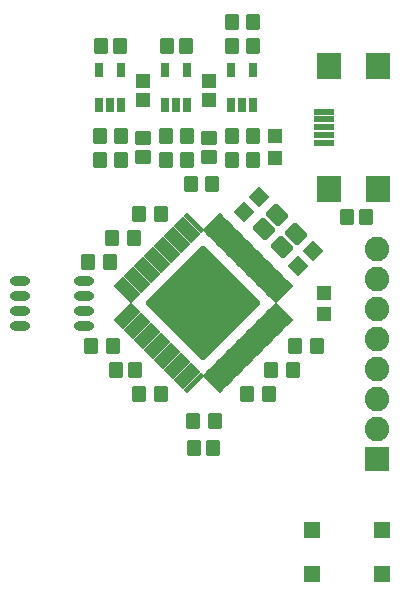
<source format=gts>
G04 Layer: TopSolderMaskLayer*
G04 EasyEDA v6.5.42, 2024-03-17 19:56:20*
G04 22851bfb20aa482085f49a562fa88950,7084cd4cda9a42c7a5f6ba31724bf8e5,10*
G04 Gerber Generator version 0.2*
G04 Scale: 100 percent, Rotated: No, Reflected: No *
G04 Dimensions in inches *
G04 leading zeros omitted , absolute positions ,3 integer and 6 decimal *
%FSLAX36Y36*%
%MOIN*%

%AMMACRO1*1,1,$1,$2,$3*1,1,$1,$4,$5*1,1,$1,0-$2,0-$3*1,1,$1,0-$4,0-$5*20,1,$1,$2,$3,$4,$5,0*20,1,$1,$4,$5,0-$2,0-$3,0*20,1,$1,0-$2,0-$3,0-$4,0-$5,0*20,1,$1,0-$4,0-$5,$2,$3,0*4,1,4,$2,$3,$4,$5,0-$2,0-$3,0-$4,0-$5,$2,$3,0*%
%ADD10O,0.067843X0.031622000000000004*%
%ADD11MACRO1,0.008X-0.0108X0.0197X0.0108X0.0197*%
%ADD12MACRO1,0.008X-0.0197X0.0217X0.0197X0.0217*%
%ADD13R,0.0513X0.0474*%
%ADD14MACRO1,0.008X0.0197X-0.0217X-0.0197X-0.0217*%
%ADD15MACRO1,0.008X0.037X-0.037X-0.037X-0.037*%
%ADD16C,0.0820*%
%ADD17R,0.0680X0.0237*%
%ADD18R,0.0828X0.0907*%
%ADD19MACRO1,0.008X0.0292X-0.0014X0.0014X-0.0292*%
%ADD20MACRO1,0.008X0.0217X0.0197X0.0217X-0.0197*%
%ADD21MACRO1,0.008X-0.0236X0.0236X0.0236X0.0236*%
%ADD22MACRO1,0.008X0.0035X-0.0355X-0.0355X0.0035*%
%ADD23MACRO1,0.008X-0.0231X-0.03X-0.03X-0.0231*%
%ADD24MACRO1,0.008X-0.023X-0.03X-0.03X-0.023*%
%ADD25MACRO1,0.008X-0.03X0.0231X-0.0231X0.03*%
%ADD26MACRO1,0.008X-0.03X0.023X-0.023X0.03*%
%ADD27MACRO1,0.008X-0.1879X0X0X0.1879*%
%ADD28C,0.0134*%

%LPD*%
D10*
G01*
X2734870Y2421999D03*
G01*
X2734870Y2471999D03*
G01*
X2734870Y2521999D03*
G01*
X2734870Y2571999D03*
G01*
X2519129Y2421999D03*
G01*
X2519129Y2471999D03*
G01*
X2519129Y2521999D03*
G01*
X2519129Y2571999D03*
D11*
G01*
X2783598Y3276055D03*
G01*
X2858401Y3276055D03*
G01*
X2858401Y3157944D03*
G01*
X2821000Y3157944D03*
G01*
X2783598Y3157944D03*
D12*
G01*
X2785568Y3057000D03*
G01*
X2856437Y3057000D03*
D11*
G01*
X3223598Y3276055D03*
G01*
X3298401Y3276055D03*
G01*
X3298401Y3157944D03*
G01*
X3261000Y3157944D03*
G01*
X3223598Y3157944D03*
D13*
G01*
X3371000Y3054439D03*
G01*
X3371000Y2983569D03*
D14*
G01*
X3009501Y3357000D03*
G01*
X3072493Y3357000D03*
D12*
G01*
X3277568Y2197000D03*
G01*
X3348437Y2197000D03*
G01*
X3357568Y2277000D03*
G01*
X3428437Y2277000D03*
D15*
G01*
X3710000Y1980000D03*
D16*
G01*
X3710000Y2080000D03*
G01*
X3710000Y2180000D03*
G01*
X3710000Y2280000D03*
G01*
X3710000Y2380000D03*
G01*
X3710000Y2480000D03*
G01*
X3710000Y2580000D03*
G01*
X3710000Y2680000D03*
D11*
G01*
X3003598Y3276055D03*
G01*
X3078401Y3276055D03*
G01*
X3078401Y3157944D03*
G01*
X3041000Y3157944D03*
G01*
X3003598Y3157944D03*
D14*
G01*
X3101500Y2017000D03*
G01*
X3164493Y2017000D03*
D12*
G01*
X3674498Y2787000D03*
G01*
X3611507Y2787000D03*
D17*
G01*
X3534939Y3033809D03*
G01*
X3534939Y3059409D03*
G01*
X3534939Y3085000D03*
G01*
X3534939Y3110590D03*
G01*
X3534939Y3136179D03*
D18*
G01*
X3715060Y3289720D03*
G01*
X3715060Y2880270D03*
G01*
X3549700Y2880270D03*
G01*
X3549700Y3289720D03*
D19*
G01*
X3498054Y2672053D03*
G01*
X3447941Y2621941D03*
G01*
X3318054Y2852053D03*
G01*
X3267941Y2801941D03*
D13*
G01*
X2931000Y3238499D03*
G01*
X2931000Y3175509D03*
G01*
X3151000Y3238499D03*
G01*
X3151000Y3175509D03*
D20*
G01*
X3150999Y2985500D03*
G01*
X3150999Y3048492D03*
D12*
G01*
X2904498Y2277000D03*
G01*
X2841507Y2277000D03*
G01*
X2757568Y2357000D03*
G01*
X2828437Y2357000D03*
G01*
X3225568Y3437000D03*
G01*
X3296437Y3437000D03*
G01*
X3225568Y3357000D03*
G01*
X3296437Y3357000D03*
G01*
X2785568Y2977000D03*
G01*
X2856437Y2977000D03*
G01*
X3005568Y2977000D03*
G01*
X3076437Y2977000D03*
G01*
X3225568Y2977000D03*
G01*
X3296437Y2977000D03*
D21*
G01*
X3491889Y1742834D03*
G01*
X3728110Y1742834D03*
G01*
X3491889Y1597165D03*
G01*
X3728110Y1597165D03*
D12*
G01*
X2852498Y3357000D03*
G01*
X2789507Y3357000D03*
G01*
X2917568Y2197000D03*
G01*
X2988437Y2197000D03*
D13*
G01*
X3533000Y2461570D03*
G01*
X3533000Y2532440D03*
D12*
G01*
X2917568Y2797000D03*
G01*
X2988437Y2797000D03*
G01*
X2747568Y2637000D03*
G01*
X2818437Y2637000D03*
G01*
X2827568Y2717000D03*
G01*
X2898437Y2717000D03*
G01*
X3437568Y2357000D03*
G01*
X3508437Y2357000D03*
G01*
X3097568Y2107000D03*
G01*
X3168437Y2107000D03*
D14*
G01*
X3161432Y2897000D03*
G01*
X3090562Y2897000D03*
D12*
G01*
X3005568Y3057000D03*
G01*
X3076437Y3057000D03*
G01*
X3225568Y3057000D03*
G01*
X3296437Y3057000D03*
D20*
G01*
X2930999Y2985500D03*
G01*
X2930999Y3048492D03*
D22*
G01*
X3332995Y2746999D03*
G01*
X3438792Y2730297D03*
G01*
X3394244Y2685749D03*
G01*
X3377542Y2791547D03*
D23*
G01*
X2865408Y2466687D03*
D24*
G01*
X2876545Y2455550D03*
D23*
G01*
X2887682Y2444413D03*
D24*
G01*
X2898819Y2433277D03*
D23*
G01*
X2909956Y2422140D03*
D24*
G01*
X2921093Y2411002D03*
D23*
G01*
X2932229Y2399866D03*
D24*
G01*
X2943366Y2388729D03*
D23*
G01*
X2954504Y2377592D03*
D24*
G01*
X2965641Y2366455D03*
D23*
G01*
X2976777Y2355318D03*
D24*
G01*
X2987914Y2344181D03*
D23*
G01*
X2999051Y2333044D03*
G01*
X3010153Y2321942D03*
D24*
G01*
X3021290Y2310806D03*
D23*
G01*
X3032426Y2299669D03*
D24*
G01*
X3043564Y2288532D03*
D23*
G01*
X3054701Y2277395D03*
D24*
G01*
X3065837Y2266258D03*
D23*
G01*
X3076975Y2255121D03*
D24*
G01*
X3088112Y2243984D03*
D23*
G01*
X3099248Y2232847D03*
D25*
G01*
X3163454Y2232847D03*
G01*
X3174555Y2243949D03*
D26*
G01*
X3185692Y2255085D03*
D25*
G01*
X3196829Y2266223D03*
D26*
G01*
X3207966Y2277360D03*
D25*
G01*
X3219103Y2288497D03*
D26*
G01*
X3230240Y2299633D03*
D25*
G01*
X3241377Y2310770D03*
D26*
G01*
X3252514Y2321907D03*
D25*
G01*
X3263651Y2333044D03*
D26*
G01*
X3274787Y2344181D03*
D25*
G01*
X3285925Y2355318D03*
D26*
G01*
X3297062Y2366455D03*
D25*
G01*
X3308198Y2377592D03*
D26*
G01*
X3319335Y2388729D03*
D25*
G01*
X3330472Y2399866D03*
D26*
G01*
X3341609Y2411002D03*
D25*
G01*
X3352746Y2422140D03*
D26*
G01*
X3363883Y2433277D03*
D25*
G01*
X3375020Y2444413D03*
D26*
G01*
X3386157Y2455550D03*
D25*
G01*
X3397294Y2466687D03*
D23*
G01*
X3397294Y2530892D03*
D24*
G01*
X3386157Y2542029D03*
D23*
G01*
X3375020Y2553167D03*
D24*
G01*
X3363883Y2564303D03*
D23*
G01*
X3352746Y2575440D03*
D24*
G01*
X3341609Y2586577D03*
D23*
G01*
X3330472Y2597714D03*
D24*
G01*
X3319335Y2608851D03*
D23*
G01*
X3308198Y2619988D03*
G01*
X3297097Y2631090D03*
D24*
G01*
X3285960Y2642227D03*
D23*
G01*
X3274823Y2653363D03*
D24*
G01*
X3263686Y2664501D03*
D23*
G01*
X3252549Y2675637D03*
D24*
G01*
X3241412Y2686774D03*
D23*
G01*
X3230275Y2697911D03*
D24*
G01*
X3219138Y2709048D03*
D23*
G01*
X3208001Y2720185D03*
D24*
G01*
X3196864Y2731322D03*
D23*
G01*
X3185727Y2742459D03*
D24*
G01*
X3174591Y2753596D03*
D23*
G01*
X3163454Y2764733D03*
D25*
G01*
X3099248Y2764733D03*
D26*
G01*
X3088112Y2753596D03*
D25*
G01*
X3076975Y2742459D03*
D26*
G01*
X3065837Y2731322D03*
D25*
G01*
X3054701Y2720185D03*
D26*
G01*
X3043564Y2709048D03*
D25*
G01*
X3032426Y2697911D03*
D26*
G01*
X3021290Y2686774D03*
D25*
G01*
X3010153Y2675637D03*
D26*
G01*
X2999016Y2664501D03*
D25*
G01*
X2987879Y2653363D03*
D26*
G01*
X2976742Y2642227D03*
D25*
G01*
X2965605Y2631090D03*
D26*
G01*
X2954468Y2619952D03*
D25*
G01*
X2943331Y2608816D03*
D26*
G01*
X2932194Y2597679D03*
D25*
G01*
X2921057Y2586542D03*
D26*
G01*
X2909920Y2575405D03*
D25*
G01*
X2898784Y2564268D03*
D26*
G01*
X2887647Y2553131D03*
D25*
G01*
X2876509Y2541994D03*
G01*
X2865408Y2530892D03*
D27*
G01*
X3131351Y2498790D03*
M02*

</source>
